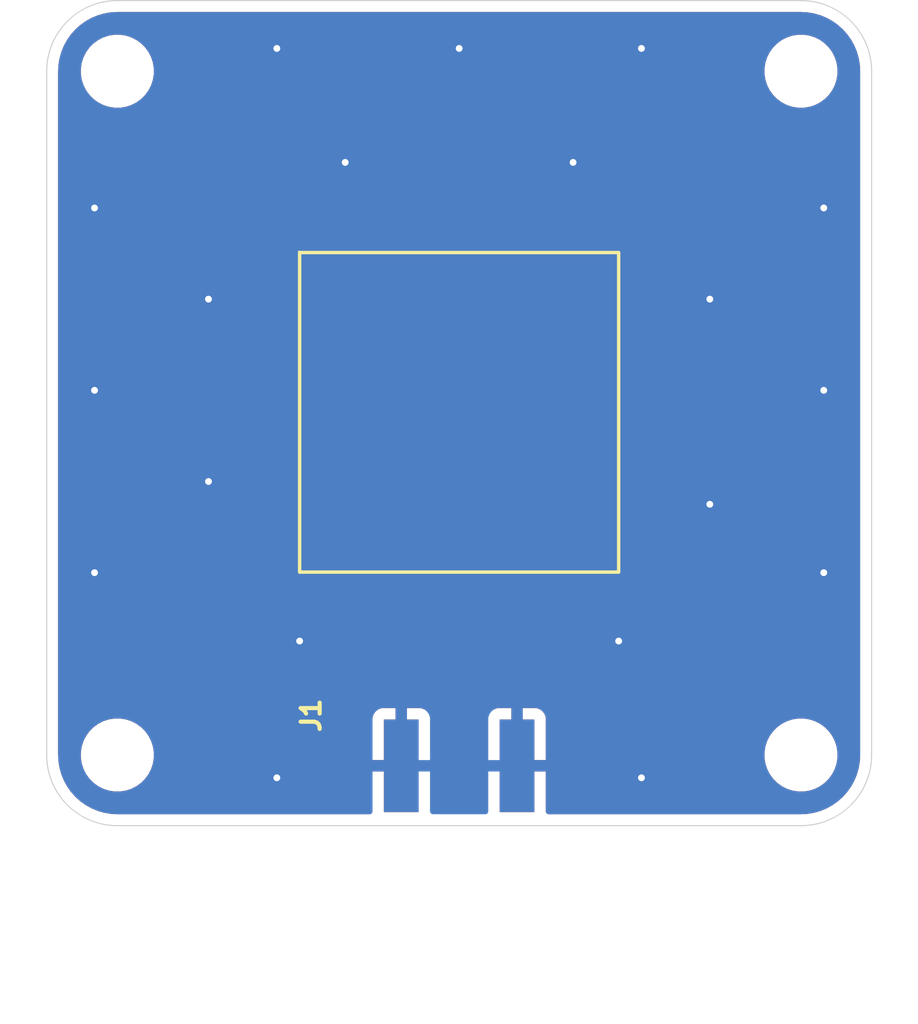
<source format=kicad_pcb>
(kicad_pcb (version 20240108) (generator "pcbnew") (generator_version "8.0")
  (layers (0 "F.Cu" signal) (31 "B.Cu" signal) (34 "B.Paste" user) (35 "F.Paste" user) (36 "B.SilkS" user "B.Silkscreen") (37 "F.SilkS" user "F.Silkscreen") (38 "B.Mask" user) (39 "F.Mask" user) (44 "Edge.Cuts" user))
  (net 0 "")
  (net 1 "Net-(AE1-FEED)")
  (net 2 "Net-(J1-Ext)")
  (footprint "MountingHole:MountingHole_2.7mm_M2.5" (layer "F.Cu") (at 152 101)
    (property "Reference" "H4" (hide yes))
    (property "Value" "MountingHole")
    (pad "" np_thru_hole circle (at 0 0) (size 2.7 2.7) (drill 2.7) (layers "*.Cu" "*.Mask"))
  )
  (footprint "MountingHole:MountingHole_2.7mm_M2.5" (layer "F.Cu") (at 152 71)
    (property "Reference" "H2" (hide yes))
    (property "Value" "MountingHole")
    (pad "" np_thru_hole circle (at 0 0) (size 2.7 2.7) (drill 2.7) (layers "*.Cu" "*.Mask"))
  )
  (footprint "SRAD_AVIONICS:SMA_EDGELAUNCH" (layer "F.Cu") (at 137 103.505 90)
    (property "Reference" "J1" (at 5.08 -6.985 90) (layer "F.SilkS") (effects (font (size 0.83312 0.83312) (thickness 0.18288)) (justify right top)))
    (property "Value" "Conn_Coaxial")
    (pad "1" smd rect (at 2.032 0 180) (size 1.27 4.064) (layers "F.Cu" "F.Mask") (net 1 "Net-(AE1-FEED)"))
    (pad "2" smd rect (at 2.032 -2.54 180) (size 1.524 4.064) (layers "F.Cu" "F.Mask") (net 2 "Net-(J1-Ext)"))
    (pad "2" smd rect (at 2.032 -2.54 180) (size 1.524 4.064) (layers "B.Cu" "B.Mask") (net 2 "Net-(J1-Ext)"))
    (pad "2" smd rect (at 2.032 2.54 180) (size 1.524 4.064) (layers "F.Cu" "F.Mask") (net 2 "Net-(J1-Ext)"))
    (pad "2" smd rect (at 2.032 2.54 180) (size 1.524 4.064) (layers "B.Cu" "B.Mask") (net 2 "Net-(J1-Ext)"))
  )
  (footprint "MountingHole:MountingHole_2.7mm_M2.5" (layer "F.Cu") (at 122 71)
    (property "Reference" "H1" (hide yes))
    (property "Value" "MountingHole")
    (pad "" np_thru_hole circle (at 0 0) (size 2.7 2.7) (drill 2.7) (layers "*.Cu" "*.Mask"))
  )
  (footprint "MountingHole:MountingHole_2.7mm_M2.5" (layer "F.Cu") (at 122 101)
    (property "Reference" "H3" (hide yes))
    (property "Value" "MountingHole")
    (pad "" np_thru_hole circle (at 0 0) (size 2.7 2.7) (drill 2.7) (layers "*.Cu" "*.Mask"))
  )
  (footprint "PatchAntennaBreakout:SGGP.12.A" (layer "F.Cu") (at 137.508 83.889)
    (property "Reference" "AE1" (hide yes))
    (property "Value" "Antenna_Chip")
    (fp_rect (start -7.508 -4.934) (end 6.492 9.086) (stroke (width 0.15)) (fill none) (layer "F.SilkS"))
    (pad "1" smd rect (at -0.508 7.476) (size 1.5 1.5) (layers "F.Cu" "F.Paste" "F.Mask") (net 1 "Net-(AE1-FEED)"))
    (pad "2" smd rect (at -5.008 6.076) (size 2.3 2.3) (layers "F.Cu" "F.Paste" "F.Mask") (net 2 "Net-(J1-Ext)"))
    (pad "3" smd rect (at 3.992 6.076) (size 2.3 2.3) (layers "F.Cu" "F.Paste" "F.Mask") (net 2 "Net-(J1-Ext)"))
    (pad "4" smd rect (at -5.008 1.576) (size 2.3 2.3) (layers "F.Cu" "F.Paste" "F.Mask") (net 2 "Net-(J1-Ext)"))
    (pad "5" smd rect (at -0.508 1.576) (size 2.3 2.3) (layers "F.Cu" "F.Paste" "F.Mask") (net 2 "Net-(J1-Ext)"))
    (pad "6" smd rect (at 3.992 1.576) (size 2.3 2.3) (layers "F.Cu" "F.Paste" "F.Mask") (net 2 "Net-(J1-Ext)"))
    (pad "7" smd rect (at -5.008 -2.924) (size 2.3 2.3) (layers "F.Cu" "F.Paste" "F.Mask") (net 2 "Net-(J1-Ext)"))
    (pad "8" smd rect (at -0.508 -2.924) (size 2.3 2.3) (layers "F.Cu" "F.Paste" "F.Mask") (net 2 "Net-(J1-Ext)"))
    (pad "9" smd rect (at 3.992 -2.924) (size 2.3 2.3) (layers "F.Cu" "F.Paste" "F.Mask") (net 2 "Net-(J1-Ext)"))
  )
  (gr_line (start 122 67.9) (end 152 67.9) (stroke (width 0.05)) (layer "Edge.Cuts"))
  (gr_line (start 152 104.1) (end 122 104.1) (stroke (width 0.05)) (layer "Edge.Cuts"))
  (gr_arc (start 118.9 71) (mid 119.807969 68.807969) (end 122 67.9) (stroke (width 0.05)) (layer "Edge.Cuts"))
  (gr_arc (start 155.1 101) (mid 154.192031 103.192031) (end 152 104.1) (stroke (width 0.05)) (layer "Edge.Cuts"))
  (gr_line (start 155.1 71) (end 155.1 101) (stroke (width 0.05)) (layer "Edge.Cuts"))
  (gr_arc (start 122 104.1) (mid 119.807969 103.192031) (end 118.9 101) (stroke (width 0.05)) (layer "Edge.Cuts"))
  (gr_arc (start 152 67.9) (mid 154.192031 68.807969) (end 155.1 71) (stroke (width 0.05)) (layer "Edge.Cuts"))
  (gr_line (start 118.9 101) (end 118.9 71) (stroke (width 0.05)) (layer "Edge.Cuts"))
  (segment (start 137 101.473) (end 137 91.365) (width 1.77038) (layer "F.Cu") (net 1))
  (via (at 148 81) (size 0.6) (drill 0.3) (layers "F.Cu" "B.Cu") (net 2))
  (via (at 130 96) (size 0.6) (drill 0.3) (layers "F.Cu" "B.Cu") (net 2))
  (via (at 137 70) (size 0.6) (drill 0.3) (layers "F.Cu" "B.Cu") (net 2))
  (via (at 153 77) (size 0.6) (drill 0.3) (layers "F.Cu" "B.Cu") (net 2))
  (via (at 129 102) (size 0.6) (drill 0.3) (layers "F.Cu" "B.Cu") (net 2))
  (via (at 126 89) (size 0.6) (drill 0.3) (layers "F.Cu" "B.Cu") (net 2))
  (via (at 132 75) (size 0.6) (drill 0.3) (layers "F.Cu" "B.Cu") (net 2))
  (via (at 121 85) (size 0.6) (drill 0.3) (layers "F.Cu" "B.Cu") (net 2))
  (via (at 153 93) (size 0.6) (drill 0.3) (layers "F.Cu" "B.Cu") (net 2))
  (via (at 148 90) (size 0.6) (drill 0.3) (layers "F.Cu" "B.Cu") (net 2))
  (via (at 144 96) (size 0.6) (drill 0.3) (layers "F.Cu" "B.Cu") (net 2))
  (via (at 121 93) (size 0.6) (drill 0.3) (layers "F.Cu" "B.Cu") (net 2))
  (via (at 153 85) (size 0.6) (drill 0.3) (layers "F.Cu" "B.Cu") (net 2))
  (via (at 121 77) (size 0.6) (drill 0.3) (layers "F.Cu" "B.Cu") (net 2))
  (via (at 129 70) (size 0.6) (drill 0.3) (layers "F.Cu" "B.Cu") (net 2))
  (via (at 142 75) (size 0.6) (drill 0.3) (layers "F.Cu" "B.Cu") (net 2))
  (via (at 145 102) (size 0.6) (drill 0.3) (layers "F.Cu" "B.Cu") (net 2))
  (via (at 126 81) (size 0.6) (drill 0.3) (layers "F.Cu" "B.Cu") (net 2))
  (via (at 145 70) (size 0.6) (drill 0.3) (layers "F.Cu" "B.Cu") (net 2))
  (zone (net 2) (net_name "Net-(J1-Ext)") (layer "F.Cu") (connect_pads (clearance 0.5)) (min_thickness 0.25) (fill yes (thermal_gap 0.5) (thermal_bridge_width 0.5))
    (polygon (pts (xy 155 68) (xy 119 68) (xy 119 104) (xy 155 104)))
  )
  (zone (net 2) (net_name "Net-(J1-Ext)") (layer "B.Cu") (priority 1) (connect_pads (clearance 0.5)) (min_thickness 0.25) (fill yes (thermal_gap 0.5) (thermal_bridge_width 0.5))
    (polygon (pts (xy 155 68) (xy 119 68) (xy 119 104) (xy 155 104)))
  )
)
</source>
